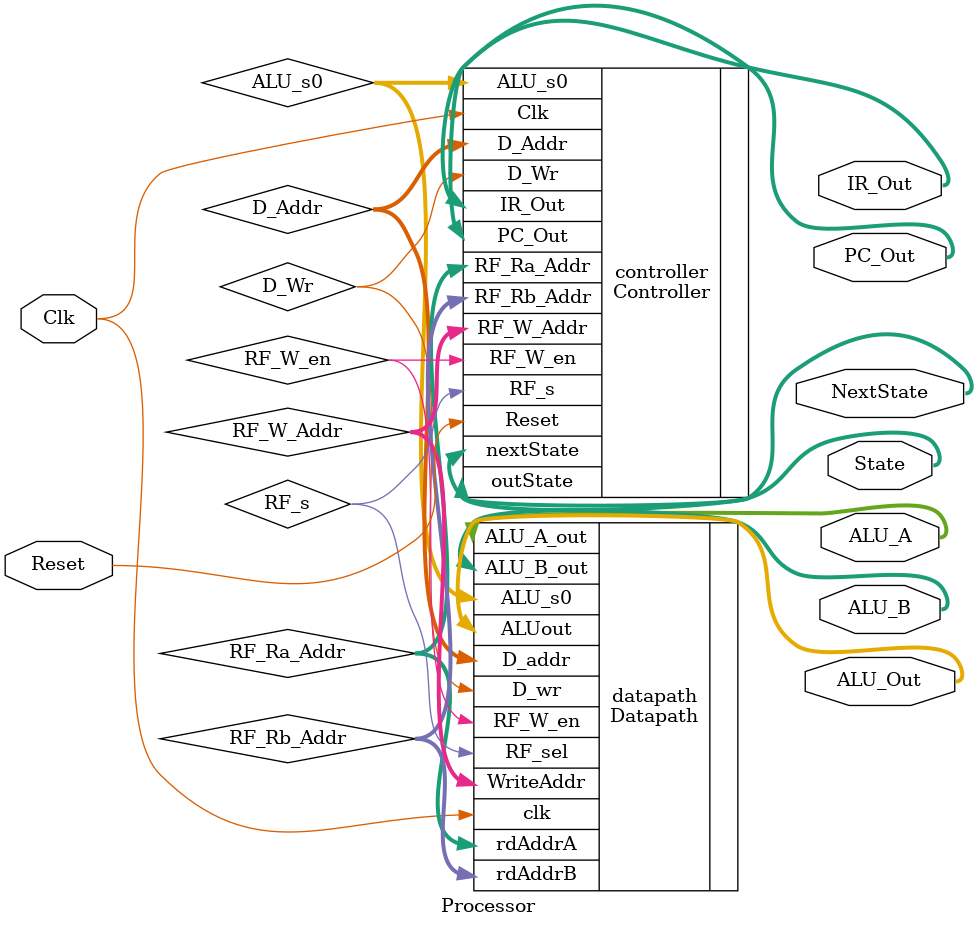
<source format=sv>
/**
* Evan Cooper & Steven Tieu
* Digital Systems Design SP23
*
* This module connects the controller and datapath
* modules.
*/

module Processor(Clk, Reset, IR_Out, PC_Out, State, NextState, ALU_A, ALU_B, ALU_Out);
	input Clk, Reset;
	output logic [15:0] IR_Out, ALU_A, ALU_B, ALU_Out;
	output logic [6:0] PC_Out;
	output logic [3:0] State, NextState;
	logic [2:0] ALU_s0;
	logic [7:0] D_Addr;
	logic D_Wr, RF_W_en, RF_s;
	logic [3:0] RF_Ra_Addr, RF_Rb_Addr, RF_W_Addr;

	/*Controller(Clk, Reset, ALU_s0, D_Addr, D_Wr, IR_Out, nextState, outState, 	
		   PC_Out, RF_Ra_Addr, RF_Rb_Addr, RF_W_Addr, RF_W_en, RF_s);*/
	Controller controller(.Clk(Clk), .Reset(Reset), .ALU_s0(ALU_s0), 
							.D_Addr(D_Addr), .D_Wr(D_Wr), .IR_Out(IR_Out), 
							.nextState(NextState), .outState(State), .PC_Out(PC_Out),
							.RF_Ra_Addr(RF_Ra_Addr), .RF_Rb_Addr(RF_Rb_Addr), 
							.RF_W_Addr(RF_W_Addr), .RF_W_en(RF_W_en), .RF_s(RF_s));

	/*module Datapath(ALU_s0, D_addr, clk, rdAddrA, D_wr, RF_sel, WriteAddr, 
                rdAddrB, RF_W_en, ALU_A_out, ALU_B_out, ALUout);*/
	Datapath datapath(.ALU_s0(ALU_s0), .D_addr(D_Addr), .clk(Clk), .rdAddrA(RF_Ra_Addr), 
						.D_wr(D_Wr), .RF_sel(RF_s), .WriteAddr(RF_W_Addr), .rdAddrB(RF_Rb_Addr), 
						.RF_W_en(RF_W_en), .ALU_A_out(ALU_A), .ALU_B_out(ALU_B), .ALUout(ALU_Out));

	/* Translating the pseudocode from project pdf.
		Turn in the following sample program compiled and loaded into Instruction Memory:
			RF[0A] = D[1B] - D[2A] + D[3C] - D[7E];
			D[6A] = RF[0A];
			HALT
		LOAD D[1B] to RF[01] --> 16'h21B1 in ROM reg 0, 8'h1B = 8'd27
		LOAD D[2A] to RF[02] --> 16'h22A2 in ROM reg 1, 8'h2A = 8'd42
		LOAD D[3C] to RF[03] --> 16'h23C3 in ROM reg 2, 8'h3C = 8'd60
		LOAD D[7E] to RF[04] --> 16'h27E4 in ROM reg 3, 8'h7E = 8'd126
		SUB RF[01] - RF[02] = RF[05] --> 16'h4125 in ROM reg 4
		ADD RF[05] + RF[03] = RF[06] --> 16'h3536 in ROM reg 5
		SUB RF[06] - RF[04] = RF[0A] --> 16'h464A in ROM reg A
		STORE RF[0A] to D[6A] --> 16'h1A6A in ROM reg 7
		HALT --> 16'h5xxx in ROM reg 8

		Data memory should initially contain
			D[1B] = 0x21BA
			D[2A] = 0xA04E
			D[3C] = 0x71AC
			D[7E] = 0xB17F
		RF[0A] = 0x21BA - 0xA04E + 0x71AC - 0xB17C
		RF[0A] = 0x21BA - 0xA04E + 0x71AC - 0xB17C
	*/

	/* Instructions set in MIF File:
	Init from Reset = 1;
	//2 clocks to fetch and decode between each.
	Add IR: 16'b0011000000000001 = 16'h3001 (Opcode[15:12], rdAddrA[11:8] + rdAddrB[7:4], WriteAddr[3:0])
	Sub IR: 16'b0100000000000001 = 16'h4001 (Opcode[15:12], rdAddrA[11:8] - rdAddrB[7:4], WriteAddr[3:0])
	Load IR: 16'b0010000000000001 = 16'h2001 (Opcode[15:12], D_addr[11:4], WriteAddr[3:0])
	Store IR: 16'b0001000000000001 = 16'h1001 (Opcode[15:12], rdAddrA[11:8], D_addr[7:0]) 
	No-op IR: 16'b0000000000000001 = 16'h0001; (Opcode[15:12], xxxx[11:0]) 
	HALT IR: 16'b0101000000000001 = 16'h5001 (Opcode[15:12], xxxx[11:0])
	Store IR: 16'b0001101010101011 = 16'h1001; is attempted store after HALT, nothing should happen.
	*/
endmodule




</source>
